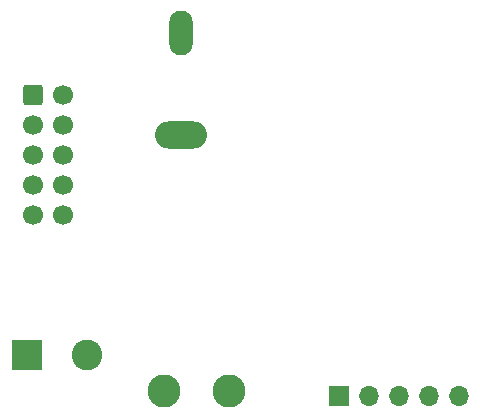
<source format=gbs>
%TF.GenerationSoftware,KiCad,Pcbnew,8.0.1*%
%TF.CreationDate,2024-04-07T23:26:14-05:00*%
%TF.ProjectId,ece445_headset,65636534-3435-45f6-9865-61647365742e,rev?*%
%TF.SameCoordinates,Original*%
%TF.FileFunction,Soldermask,Bot*%
%TF.FilePolarity,Negative*%
%FSLAX46Y46*%
G04 Gerber Fmt 4.6, Leading zero omitted, Abs format (unit mm)*
G04 Created by KiCad (PCBNEW 8.0.1) date 2024-04-07 23:26:14*
%MOMM*%
%LPD*%
G01*
G04 APERTURE LIST*
G04 Aperture macros list*
%AMRoundRect*
0 Rectangle with rounded corners*
0 $1 Rounding radius*
0 $2 $3 $4 $5 $6 $7 $8 $9 X,Y pos of 4 corners*
0 Add a 4 corners polygon primitive as box body*
4,1,4,$2,$3,$4,$5,$6,$7,$8,$9,$2,$3,0*
0 Add four circle primitives for the rounded corners*
1,1,$1+$1,$2,$3*
1,1,$1+$1,$4,$5*
1,1,$1+$1,$6,$7*
1,1,$1+$1,$8,$9*
0 Add four rect primitives between the rounded corners*
20,1,$1+$1,$2,$3,$4,$5,0*
20,1,$1+$1,$4,$5,$6,$7,0*
20,1,$1+$1,$6,$7,$8,$9,0*
20,1,$1+$1,$8,$9,$2,$3,0*%
G04 Aperture macros list end*
%ADD10R,2.600000X2.600000*%
%ADD11C,2.600000*%
%ADD12RoundRect,0.250000X-0.600000X-0.600000X0.600000X-0.600000X0.600000X0.600000X-0.600000X0.600000X0*%
%ADD13C,1.700000*%
%ADD14O,4.404000X2.304000*%
%ADD15O,2.004000X3.804000*%
%ADD16C,2.800000*%
%ADD17R,1.700000X1.700000*%
%ADD18O,1.700000X1.700000*%
G04 APERTURE END LIST*
D10*
%TO.C,J3*%
X134420000Y-82000000D03*
D11*
X139500000Y-82000000D03*
%TD*%
D12*
%TO.C,J4*%
X134960000Y-60000000D03*
D13*
X137500000Y-60000000D03*
X134960000Y-62540000D03*
X137500000Y-62540000D03*
X134960000Y-65080000D03*
X137500000Y-65080000D03*
X134960000Y-67620000D03*
X137500000Y-67620000D03*
X134960000Y-70160000D03*
X137500000Y-70160000D03*
%TD*%
D14*
%TO.C,J1*%
X147500000Y-63400000D03*
D15*
X147500000Y-54700000D03*
%TD*%
D16*
%TO.C,TP1*%
X151500000Y-85000000D03*
%TD*%
D17*
%TO.C,J2*%
X160840000Y-85500000D03*
D18*
X163380000Y-85500000D03*
X165920000Y-85500000D03*
X168460000Y-85500000D03*
X171000000Y-85500000D03*
%TD*%
D16*
%TO.C,TP2*%
X146000000Y-85000000D03*
%TD*%
M02*

</source>
